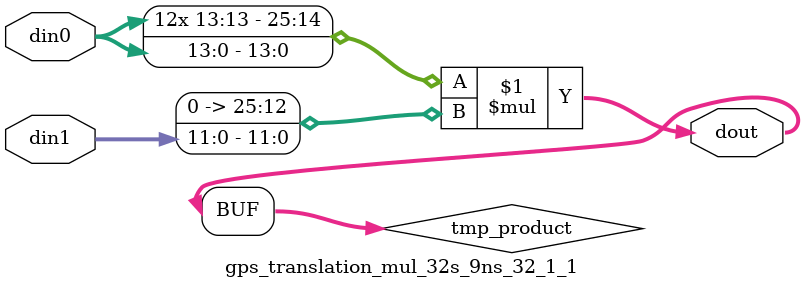
<source format=v>

`timescale 1 ns / 1 ps

  module gps_translation_mul_32s_9ns_32_1_1(din0, din1, dout);
parameter ID = 1;
parameter NUM_STAGE = 0;
parameter din0_WIDTH = 14;
parameter din1_WIDTH = 12;
parameter dout_WIDTH = 26;

input [din0_WIDTH - 1 : 0] din0; 
input [din1_WIDTH - 1 : 0] din1; 
output [dout_WIDTH - 1 : 0] dout;

wire signed [dout_WIDTH - 1 : 0] tmp_product;












assign tmp_product = $signed(din0) * $signed({1'b0, din1});









assign dout = tmp_product;







endmodule

</source>
